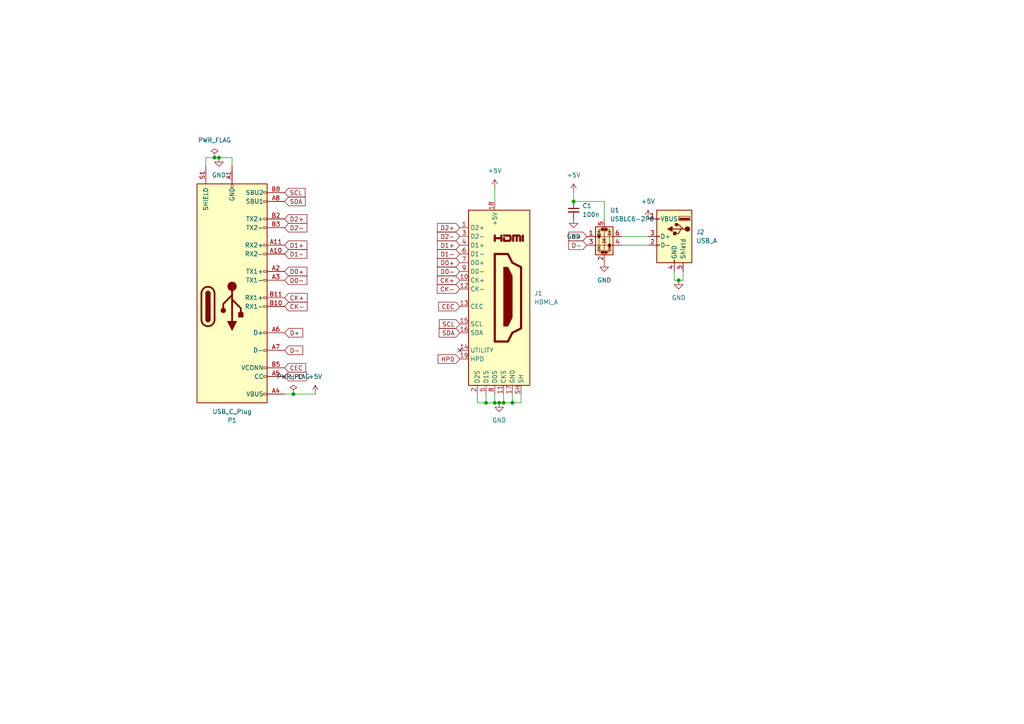
<source format=kicad_sch>
(kicad_sch
	(version 20231120)
	(generator "eeschema")
	(generator_version "8.0")
	(uuid "e95f40f4-bd63-47c0-8945-6a36c47ee5f7")
	(paper "A4")
	(lib_symbols
		(symbol "Connector:HDMI_A"
			(exclude_from_sim no)
			(in_bom yes)
			(on_board yes)
			(property "Reference" "J"
				(at -6.35 26.67 0)
				(effects
					(font
						(size 1.27 1.27)
					)
				)
			)
			(property "Value" "HDMI_A"
				(at 10.16 26.67 0)
				(effects
					(font
						(size 1.27 1.27)
					)
				)
			)
			(property "Footprint" ""
				(at 0.635 0 0)
				(effects
					(font
						(size 1.27 1.27)
					)
					(hide yes)
				)
			)
			(property "Datasheet" "https://en.wikipedia.org/wiki/HDMI"
				(at 0.635 0 0)
				(effects
					(font
						(size 1.27 1.27)
					)
					(hide yes)
				)
			)
			(property "Description" "HDMI type A connector"
				(at 0 0 0)
				(effects
					(font
						(size 1.27 1.27)
					)
					(hide yes)
				)
			)
			(property "ki_keywords" "hdmi conn"
				(at 0 0 0)
				(effects
					(font
						(size 1.27 1.27)
					)
					(hide yes)
				)
			)
			(property "ki_fp_filters" "HDMI*A*"
				(at 0 0 0)
				(effects
					(font
						(size 1.27 1.27)
					)
					(hide yes)
				)
			)
			(symbol "HDMI_A_0_0"
				(polyline
					(pts
						(xy 8.128 16.51) (xy 8.128 18.034)
					)
					(stroke
						(width 0.635)
						(type default)
					)
					(fill
						(type none)
					)
				)
				(polyline
					(pts
						(xy 0 16.51) (xy 0 18.034) (xy 0 17.272) (xy 1.905 17.272) (xy 1.905 18.034) (xy 1.905 16.51)
					)
					(stroke
						(width 0.635)
						(type default)
					)
					(fill
						(type none)
					)
				)
				(polyline
					(pts
						(xy 2.667 18.034) (xy 4.318 18.034) (xy 4.572 17.78) (xy 4.572 16.764) (xy 4.318 16.51) (xy 2.667 16.51)
						(xy 2.667 17.272)
					)
					(stroke
						(width 0.635)
						(type default)
					)
					(fill
						(type none)
					)
				)
			)
			(symbol "HDMI_A_0_1"
				(rectangle
					(start -7.62 25.4)
					(end 10.16 -25.4)
					(stroke
						(width 0.254)
						(type default)
					)
					(fill
						(type background)
					)
				)
				(polyline
					(pts
						(xy 2.54 8.89) (xy 3.81 8.89) (xy 5.08 6.35) (xy 5.08 -5.715) (xy 3.81 -8.255) (xy 2.54 -8.255)
						(xy 2.54 8.89)
					)
					(stroke
						(width 0)
						(type default)
					)
					(fill
						(type outline)
					)
				)
				(polyline
					(pts
						(xy 5.334 16.51) (xy 5.334 18.034) (xy 6.35 18.034) (xy 6.35 16.51) (xy 6.35 18.034) (xy 7.112 18.034)
						(xy 7.366 17.78) (xy 7.366 16.51)
					)
					(stroke
						(width 0.635)
						(type default)
					)
					(fill
						(type none)
					)
				)
				(polyline
					(pts
						(xy 0 12.7) (xy 0 -12.7) (xy 3.81 -12.7) (xy 5.08 -10.16) (xy 7.62 -8.89) (xy 7.62 8.89) (xy 5.08 10.16)
						(xy 3.81 12.7) (xy 0 12.7)
					)
					(stroke
						(width 0.635)
						(type default)
					)
					(fill
						(type none)
					)
				)
			)
			(symbol "HDMI_A_1_1"
				(pin passive line
					(at -10.16 20.32 0)
					(length 2.54)
					(name "D2+"
						(effects
							(font
								(size 1.27 1.27)
							)
						)
					)
					(number "1"
						(effects
							(font
								(size 1.27 1.27)
							)
						)
					)
				)
				(pin passive line
					(at -10.16 5.08 0)
					(length 2.54)
					(name "CK+"
						(effects
							(font
								(size 1.27 1.27)
							)
						)
					)
					(number "10"
						(effects
							(font
								(size 1.27 1.27)
							)
						)
					)
				)
				(pin power_in line
					(at 2.54 -27.94 90)
					(length 2.54)
					(name "CKS"
						(effects
							(font
								(size 1.27 1.27)
							)
						)
					)
					(number "11"
						(effects
							(font
								(size 1.27 1.27)
							)
						)
					)
				)
				(pin passive line
					(at -10.16 2.54 0)
					(length 2.54)
					(name "CK-"
						(effects
							(font
								(size 1.27 1.27)
							)
						)
					)
					(number "12"
						(effects
							(font
								(size 1.27 1.27)
							)
						)
					)
				)
				(pin bidirectional line
					(at -10.16 -2.54 0)
					(length 2.54)
					(name "CEC"
						(effects
							(font
								(size 1.27 1.27)
							)
						)
					)
					(number "13"
						(effects
							(font
								(size 1.27 1.27)
							)
						)
					)
				)
				(pin passive line
					(at -10.16 -15.24 0)
					(length 2.54)
					(name "UTILITY"
						(effects
							(font
								(size 1.27 1.27)
							)
						)
					)
					(number "14"
						(effects
							(font
								(size 1.27 1.27)
							)
						)
					)
				)
				(pin passive line
					(at -10.16 -7.62 0)
					(length 2.54)
					(name "SCL"
						(effects
							(font
								(size 1.27 1.27)
							)
						)
					)
					(number "15"
						(effects
							(font
								(size 1.27 1.27)
							)
						)
					)
				)
				(pin bidirectional line
					(at -10.16 -10.16 0)
					(length 2.54)
					(name "SDA"
						(effects
							(font
								(size 1.27 1.27)
							)
						)
					)
					(number "16"
						(effects
							(font
								(size 1.27 1.27)
							)
						)
					)
				)
				(pin power_in line
					(at 5.08 -27.94 90)
					(length 2.54)
					(name "GND"
						(effects
							(font
								(size 1.27 1.27)
							)
						)
					)
					(number "17"
						(effects
							(font
								(size 1.27 1.27)
							)
						)
					)
				)
				(pin power_in line
					(at 0 27.94 270)
					(length 2.54)
					(name "+5V"
						(effects
							(font
								(size 1.27 1.27)
							)
						)
					)
					(number "18"
						(effects
							(font
								(size 1.27 1.27)
							)
						)
					)
				)
				(pin passive line
					(at -10.16 -17.78 0)
					(length 2.54)
					(name "HPD"
						(effects
							(font
								(size 1.27 1.27)
							)
						)
					)
					(number "19"
						(effects
							(font
								(size 1.27 1.27)
							)
						)
					)
				)
				(pin power_in line
					(at -5.08 -27.94 90)
					(length 2.54)
					(name "D2S"
						(effects
							(font
								(size 1.27 1.27)
							)
						)
					)
					(number "2"
						(effects
							(font
								(size 1.27 1.27)
							)
						)
					)
				)
				(pin passive line
					(at -10.16 17.78 0)
					(length 2.54)
					(name "D2-"
						(effects
							(font
								(size 1.27 1.27)
							)
						)
					)
					(number "3"
						(effects
							(font
								(size 1.27 1.27)
							)
						)
					)
				)
				(pin passive line
					(at -10.16 15.24 0)
					(length 2.54)
					(name "D1+"
						(effects
							(font
								(size 1.27 1.27)
							)
						)
					)
					(number "4"
						(effects
							(font
								(size 1.27 1.27)
							)
						)
					)
				)
				(pin power_in line
					(at -2.54 -27.94 90)
					(length 2.54)
					(name "D1S"
						(effects
							(font
								(size 1.27 1.27)
							)
						)
					)
					(number "5"
						(effects
							(font
								(size 1.27 1.27)
							)
						)
					)
				)
				(pin passive line
					(at -10.16 12.7 0)
					(length 2.54)
					(name "D1-"
						(effects
							(font
								(size 1.27 1.27)
							)
						)
					)
					(number "6"
						(effects
							(font
								(size 1.27 1.27)
							)
						)
					)
				)
				(pin passive line
					(at -10.16 10.16 0)
					(length 2.54)
					(name "D0+"
						(effects
							(font
								(size 1.27 1.27)
							)
						)
					)
					(number "7"
						(effects
							(font
								(size 1.27 1.27)
							)
						)
					)
				)
				(pin power_in line
					(at 0 -27.94 90)
					(length 2.54)
					(name "D0S"
						(effects
							(font
								(size 1.27 1.27)
							)
						)
					)
					(number "8"
						(effects
							(font
								(size 1.27 1.27)
							)
						)
					)
				)
				(pin passive line
					(at -10.16 7.62 0)
					(length 2.54)
					(name "D0-"
						(effects
							(font
								(size 1.27 1.27)
							)
						)
					)
					(number "9"
						(effects
							(font
								(size 1.27 1.27)
							)
						)
					)
				)
				(pin passive line
					(at 7.62 -27.94 90)
					(length 2.54)
					(name "SH"
						(effects
							(font
								(size 1.27 1.27)
							)
						)
					)
					(number "SH"
						(effects
							(font
								(size 1.27 1.27)
							)
						)
					)
				)
			)
		)
		(symbol "Connector:USB_A"
			(pin_names
				(offset 1.016)
			)
			(exclude_from_sim no)
			(in_bom yes)
			(on_board yes)
			(property "Reference" "J"
				(at -5.08 11.43 0)
				(effects
					(font
						(size 1.27 1.27)
					)
					(justify left)
				)
			)
			(property "Value" "USB_A"
				(at -5.08 8.89 0)
				(effects
					(font
						(size 1.27 1.27)
					)
					(justify left)
				)
			)
			(property "Footprint" ""
				(at 3.81 -1.27 0)
				(effects
					(font
						(size 1.27 1.27)
					)
					(hide yes)
				)
			)
			(property "Datasheet" " ~"
				(at 3.81 -1.27 0)
				(effects
					(font
						(size 1.27 1.27)
					)
					(hide yes)
				)
			)
			(property "Description" "USB Type A connector"
				(at 0 0 0)
				(effects
					(font
						(size 1.27 1.27)
					)
					(hide yes)
				)
			)
			(property "ki_keywords" "connector USB"
				(at 0 0 0)
				(effects
					(font
						(size 1.27 1.27)
					)
					(hide yes)
				)
			)
			(property "ki_fp_filters" "USB*"
				(at 0 0 0)
				(effects
					(font
						(size 1.27 1.27)
					)
					(hide yes)
				)
			)
			(symbol "USB_A_0_1"
				(rectangle
					(start -5.08 -7.62)
					(end 5.08 7.62)
					(stroke
						(width 0.254)
						(type default)
					)
					(fill
						(type background)
					)
				)
				(circle
					(center -3.81 2.159)
					(radius 0.635)
					(stroke
						(width 0.254)
						(type default)
					)
					(fill
						(type outline)
					)
				)
				(rectangle
					(start -1.524 4.826)
					(end -4.318 5.334)
					(stroke
						(width 0)
						(type default)
					)
					(fill
						(type outline)
					)
				)
				(rectangle
					(start -1.27 4.572)
					(end -4.572 5.842)
					(stroke
						(width 0)
						(type default)
					)
					(fill
						(type none)
					)
				)
				(circle
					(center -0.635 3.429)
					(radius 0.381)
					(stroke
						(width 0.254)
						(type default)
					)
					(fill
						(type outline)
					)
				)
				(rectangle
					(start -0.127 -7.62)
					(end 0.127 -6.858)
					(stroke
						(width 0)
						(type default)
					)
					(fill
						(type none)
					)
				)
				(polyline
					(pts
						(xy -3.175 2.159) (xy -2.54 2.159) (xy -1.27 3.429) (xy -0.635 3.429)
					)
					(stroke
						(width 0.254)
						(type default)
					)
					(fill
						(type none)
					)
				)
				(polyline
					(pts
						(xy -2.54 2.159) (xy -1.905 2.159) (xy -1.27 0.889) (xy 0 0.889)
					)
					(stroke
						(width 0.254)
						(type default)
					)
					(fill
						(type none)
					)
				)
				(polyline
					(pts
						(xy 0.635 2.794) (xy 0.635 1.524) (xy 1.905 2.159) (xy 0.635 2.794)
					)
					(stroke
						(width 0.254)
						(type default)
					)
					(fill
						(type outline)
					)
				)
				(rectangle
					(start 0.254 1.27)
					(end -0.508 0.508)
					(stroke
						(width 0.254)
						(type default)
					)
					(fill
						(type outline)
					)
				)
				(rectangle
					(start 5.08 -2.667)
					(end 4.318 -2.413)
					(stroke
						(width 0)
						(type default)
					)
					(fill
						(type none)
					)
				)
				(rectangle
					(start 5.08 -0.127)
					(end 4.318 0.127)
					(stroke
						(width 0)
						(type default)
					)
					(fill
						(type none)
					)
				)
				(rectangle
					(start 5.08 4.953)
					(end 4.318 5.207)
					(stroke
						(width 0)
						(type default)
					)
					(fill
						(type none)
					)
				)
			)
			(symbol "USB_A_1_1"
				(polyline
					(pts
						(xy -1.905 2.159) (xy 0.635 2.159)
					)
					(stroke
						(width 0.254)
						(type default)
					)
					(fill
						(type none)
					)
				)
				(pin power_in line
					(at 7.62 5.08 180)
					(length 2.54)
					(name "VBUS"
						(effects
							(font
								(size 1.27 1.27)
							)
						)
					)
					(number "1"
						(effects
							(font
								(size 1.27 1.27)
							)
						)
					)
				)
				(pin bidirectional line
					(at 7.62 -2.54 180)
					(length 2.54)
					(name "D-"
						(effects
							(font
								(size 1.27 1.27)
							)
						)
					)
					(number "2"
						(effects
							(font
								(size 1.27 1.27)
							)
						)
					)
				)
				(pin bidirectional line
					(at 7.62 0 180)
					(length 2.54)
					(name "D+"
						(effects
							(font
								(size 1.27 1.27)
							)
						)
					)
					(number "3"
						(effects
							(font
								(size 1.27 1.27)
							)
						)
					)
				)
				(pin power_in line
					(at 0 -10.16 90)
					(length 2.54)
					(name "GND"
						(effects
							(font
								(size 1.27 1.27)
							)
						)
					)
					(number "4"
						(effects
							(font
								(size 1.27 1.27)
							)
						)
					)
				)
				(pin passive line
					(at -2.54 -10.16 90)
					(length 2.54)
					(name "Shield"
						(effects
							(font
								(size 1.27 1.27)
							)
						)
					)
					(number "5"
						(effects
							(font
								(size 1.27 1.27)
							)
						)
					)
				)
			)
		)
		(symbol "Connector:USB_C_Plug"
			(pin_names
				(offset 1.016)
			)
			(exclude_from_sim no)
			(in_bom yes)
			(on_board yes)
			(property "Reference" "P"
				(at -10.16 29.21 0)
				(effects
					(font
						(size 1.27 1.27)
					)
					(justify left)
				)
			)
			(property "Value" "USB_C_Plug"
				(at 10.16 29.21 0)
				(effects
					(font
						(size 1.27 1.27)
					)
					(justify right)
				)
			)
			(property "Footprint" ""
				(at 3.81 0 0)
				(effects
					(font
						(size 1.27 1.27)
					)
					(hide yes)
				)
			)
			(property "Datasheet" "https://www.usb.org/sites/default/files/documents/usb_type-c.zip"
				(at 3.81 0 0)
				(effects
					(font
						(size 1.27 1.27)
					)
					(hide yes)
				)
			)
			(property "Description" "USB Type-C Plug connector"
				(at 0 0 0)
				(effects
					(font
						(size 1.27 1.27)
					)
					(hide yes)
				)
			)
			(property "ki_keywords" "usb universal serial bus"
				(at 0 0 0)
				(effects
					(font
						(size 1.27 1.27)
					)
					(hide yes)
				)
			)
			(property "ki_fp_filters" "USB*C*Plug*"
				(at 0 0 0)
				(effects
					(font
						(size 1.27 1.27)
					)
					(hide yes)
				)
			)
			(symbol "USB_C_Plug_0_0"
				(rectangle
					(start -0.254 -35.56)
					(end 0.254 -34.544)
					(stroke
						(width 0)
						(type default)
					)
					(fill
						(type none)
					)
				)
				(rectangle
					(start 10.16 -32.766)
					(end 9.144 -33.274)
					(stroke
						(width 0)
						(type default)
					)
					(fill
						(type none)
					)
				)
				(rectangle
					(start 10.16 -30.226)
					(end 9.144 -30.734)
					(stroke
						(width 0)
						(type default)
					)
					(fill
						(type none)
					)
				)
				(rectangle
					(start 10.16 -25.146)
					(end 9.144 -25.654)
					(stroke
						(width 0)
						(type default)
					)
					(fill
						(type none)
					)
				)
				(rectangle
					(start 10.16 -22.606)
					(end 9.144 -23.114)
					(stroke
						(width 0)
						(type default)
					)
					(fill
						(type none)
					)
				)
				(rectangle
					(start 10.16 -17.526)
					(end 9.144 -18.034)
					(stroke
						(width 0)
						(type default)
					)
					(fill
						(type none)
					)
				)
				(rectangle
					(start 10.16 -14.986)
					(end 9.144 -15.494)
					(stroke
						(width 0)
						(type default)
					)
					(fill
						(type none)
					)
				)
				(rectangle
					(start 10.16 -9.906)
					(end 9.144 -10.414)
					(stroke
						(width 0)
						(type default)
					)
					(fill
						(type none)
					)
				)
				(rectangle
					(start 10.16 -7.366)
					(end 9.144 -7.874)
					(stroke
						(width 0)
						(type default)
					)
					(fill
						(type none)
					)
				)
				(rectangle
					(start 10.16 -2.286)
					(end 9.144 -2.794)
					(stroke
						(width 0)
						(type default)
					)
					(fill
						(type none)
					)
				)
				(rectangle
					(start 10.16 0.254)
					(end 9.144 -0.254)
					(stroke
						(width 0)
						(type default)
					)
					(fill
						(type none)
					)
				)
				(rectangle
					(start 10.16 7.874)
					(end 9.144 7.366)
					(stroke
						(width 0)
						(type default)
					)
					(fill
						(type none)
					)
				)
				(rectangle
					(start 10.16 12.954)
					(end 9.144 12.446)
					(stroke
						(width 0)
						(type default)
					)
					(fill
						(type none)
					)
				)
				(rectangle
					(start 10.16 18.034)
					(end 9.144 17.526)
					(stroke
						(width 0)
						(type default)
					)
					(fill
						(type none)
					)
				)
				(rectangle
					(start 10.16 20.574)
					(end 9.144 20.066)
					(stroke
						(width 0)
						(type default)
					)
					(fill
						(type none)
					)
				)
				(rectangle
					(start 10.16 25.654)
					(end 9.144 25.146)
					(stroke
						(width 0)
						(type default)
					)
					(fill
						(type none)
					)
				)
			)
			(symbol "USB_C_Plug_0_1"
				(rectangle
					(start -10.16 27.94)
					(end 10.16 -35.56)
					(stroke
						(width 0.254)
						(type default)
					)
					(fill
						(type background)
					)
				)
				(arc
					(start -8.89 -3.81)
					(mid -6.985 -5.7067)
					(end -5.08 -3.81)
					(stroke
						(width 0.508)
						(type default)
					)
					(fill
						(type none)
					)
				)
				(arc
					(start -7.62 -3.81)
					(mid -6.985 -4.4423)
					(end -6.35 -3.81)
					(stroke
						(width 0.254)
						(type default)
					)
					(fill
						(type none)
					)
				)
				(arc
					(start -7.62 -3.81)
					(mid -6.985 -4.4423)
					(end -6.35 -3.81)
					(stroke
						(width 0.254)
						(type default)
					)
					(fill
						(type outline)
					)
				)
				(rectangle
					(start -7.62 -3.81)
					(end -6.35 3.81)
					(stroke
						(width 0.254)
						(type default)
					)
					(fill
						(type outline)
					)
				)
				(arc
					(start -6.35 3.81)
					(mid -6.985 4.4423)
					(end -7.62 3.81)
					(stroke
						(width 0.254)
						(type default)
					)
					(fill
						(type none)
					)
				)
				(arc
					(start -6.35 3.81)
					(mid -6.985 4.4423)
					(end -7.62 3.81)
					(stroke
						(width 0.254)
						(type default)
					)
					(fill
						(type outline)
					)
				)
				(arc
					(start -5.08 3.81)
					(mid -6.985 5.7067)
					(end -8.89 3.81)
					(stroke
						(width 0.508)
						(type default)
					)
					(fill
						(type none)
					)
				)
				(polyline
					(pts
						(xy -8.89 -3.81) (xy -8.89 3.81)
					)
					(stroke
						(width 0.508)
						(type default)
					)
					(fill
						(type none)
					)
				)
				(polyline
					(pts
						(xy -5.08 3.81) (xy -5.08 -3.81)
					)
					(stroke
						(width 0.508)
						(type default)
					)
					(fill
						(type none)
					)
				)
			)
			(symbol "USB_C_Plug_1_1"
				(circle
					(center -2.54 1.143)
					(radius 0.635)
					(stroke
						(width 0.254)
						(type default)
					)
					(fill
						(type outline)
					)
				)
				(circle
					(center 0 -5.842)
					(radius 1.27)
					(stroke
						(width 0)
						(type default)
					)
					(fill
						(type outline)
					)
				)
				(polyline
					(pts
						(xy 0 -5.842) (xy 0 4.318)
					)
					(stroke
						(width 0.508)
						(type default)
					)
					(fill
						(type none)
					)
				)
				(polyline
					(pts
						(xy 0 -3.302) (xy -2.54 -0.762) (xy -2.54 0.508)
					)
					(stroke
						(width 0.508)
						(type default)
					)
					(fill
						(type none)
					)
				)
				(polyline
					(pts
						(xy 0 -2.032) (xy 2.54 0.508) (xy 2.54 1.778)
					)
					(stroke
						(width 0.508)
						(type default)
					)
					(fill
						(type none)
					)
				)
				(polyline
					(pts
						(xy -1.27 4.318) (xy 0 6.858) (xy 1.27 4.318) (xy -1.27 4.318)
					)
					(stroke
						(width 0.254)
						(type default)
					)
					(fill
						(type outline)
					)
				)
				(rectangle
					(start 1.905 1.778)
					(end 3.175 3.048)
					(stroke
						(width 0.254)
						(type default)
					)
					(fill
						(type outline)
					)
				)
				(pin passive line
					(at 0 -40.64 90)
					(length 5.08)
					(name "GND"
						(effects
							(font
								(size 1.27 1.27)
							)
						)
					)
					(number "A1"
						(effects
							(font
								(size 1.27 1.27)
							)
						)
					)
				)
				(pin bidirectional line
					(at 15.24 -15.24 180)
					(length 5.08)
					(name "RX2-"
						(effects
							(font
								(size 1.27 1.27)
							)
						)
					)
					(number "A10"
						(effects
							(font
								(size 1.27 1.27)
							)
						)
					)
				)
				(pin bidirectional line
					(at 15.24 -17.78 180)
					(length 5.08)
					(name "RX2+"
						(effects
							(font
								(size 1.27 1.27)
							)
						)
					)
					(number "A11"
						(effects
							(font
								(size 1.27 1.27)
							)
						)
					)
				)
				(pin passive line
					(at 0 -40.64 90)
					(length 5.08) hide
					(name "GND"
						(effects
							(font
								(size 1.27 1.27)
							)
						)
					)
					(number "A12"
						(effects
							(font
								(size 1.27 1.27)
							)
						)
					)
				)
				(pin bidirectional line
					(at 15.24 -10.16 180)
					(length 5.08)
					(name "TX1+"
						(effects
							(font
								(size 1.27 1.27)
							)
						)
					)
					(number "A2"
						(effects
							(font
								(size 1.27 1.27)
							)
						)
					)
				)
				(pin bidirectional line
					(at 15.24 -7.62 180)
					(length 5.08)
					(name "TX1-"
						(effects
							(font
								(size 1.27 1.27)
							)
						)
					)
					(number "A3"
						(effects
							(font
								(size 1.27 1.27)
							)
						)
					)
				)
				(pin passive line
					(at 15.24 25.4 180)
					(length 5.08)
					(name "VBUS"
						(effects
							(font
								(size 1.27 1.27)
							)
						)
					)
					(number "A4"
						(effects
							(font
								(size 1.27 1.27)
							)
						)
					)
				)
				(pin bidirectional line
					(at 15.24 20.32 180)
					(length 5.08)
					(name "CC"
						(effects
							(font
								(size 1.27 1.27)
							)
						)
					)
					(number "A5"
						(effects
							(font
								(size 1.27 1.27)
							)
						)
					)
				)
				(pin bidirectional line
					(at 15.24 7.62 180)
					(length 5.08)
					(name "D+"
						(effects
							(font
								(size 1.27 1.27)
							)
						)
					)
					(number "A6"
						(effects
							(font
								(size 1.27 1.27)
							)
						)
					)
				)
				(pin bidirectional line
					(at 15.24 12.7 180)
					(length 5.08)
					(name "D-"
						(effects
							(font
								(size 1.27 1.27)
							)
						)
					)
					(number "A7"
						(effects
							(font
								(size 1.27 1.27)
							)
						)
					)
				)
				(pin bidirectional line
					(at 15.24 -30.48 180)
					(length 5.08)
					(name "SBU1"
						(effects
							(font
								(size 1.27 1.27)
							)
						)
					)
					(number "A8"
						(effects
							(font
								(size 1.27 1.27)
							)
						)
					)
				)
				(pin passive line
					(at 15.24 25.4 180)
					(length 5.08) hide
					(name "VBUS"
						(effects
							(font
								(size 1.27 1.27)
							)
						)
					)
					(number "A9"
						(effects
							(font
								(size 1.27 1.27)
							)
						)
					)
				)
				(pin passive line
					(at 0 -40.64 90)
					(length 5.08) hide
					(name "GND"
						(effects
							(font
								(size 1.27 1.27)
							)
						)
					)
					(number "B1"
						(effects
							(font
								(size 1.27 1.27)
							)
						)
					)
				)
				(pin bidirectional line
					(at 15.24 0 180)
					(length 5.08)
					(name "RX1-"
						(effects
							(font
								(size 1.27 1.27)
							)
						)
					)
					(number "B10"
						(effects
							(font
								(size 1.27 1.27)
							)
						)
					)
				)
				(pin bidirectional line
					(at 15.24 -2.54 180)
					(length 5.08)
					(name "RX1+"
						(effects
							(font
								(size 1.27 1.27)
							)
						)
					)
					(number "B11"
						(effects
							(font
								(size 1.27 1.27)
							)
						)
					)
				)
				(pin passive line
					(at 0 -40.64 90)
					(length 5.08) hide
					(name "GND"
						(effects
							(font
								(size 1.27 1.27)
							)
						)
					)
					(number "B12"
						(effects
							(font
								(size 1.27 1.27)
							)
						)
					)
				)
				(pin bidirectional line
					(at 15.24 -25.4 180)
					(length 5.08)
					(name "TX2+"
						(effects
							(font
								(size 1.27 1.27)
							)
						)
					)
					(number "B2"
						(effects
							(font
								(size 1.27 1.27)
							)
						)
					)
				)
				(pin bidirectional line
					(at 15.24 -22.86 180)
					(length 5.08)
					(name "TX2-"
						(effects
							(font
								(size 1.27 1.27)
							)
						)
					)
					(number "B3"
						(effects
							(font
								(size 1.27 1.27)
							)
						)
					)
				)
				(pin passive line
					(at 15.24 25.4 180)
					(length 5.08) hide
					(name "VBUS"
						(effects
							(font
								(size 1.27 1.27)
							)
						)
					)
					(number "B4"
						(effects
							(font
								(size 1.27 1.27)
							)
						)
					)
				)
				(pin bidirectional line
					(at 15.24 17.78 180)
					(length 5.08)
					(name "VCONN"
						(effects
							(font
								(size 1.27 1.27)
							)
						)
					)
					(number "B5"
						(effects
							(font
								(size 1.27 1.27)
							)
						)
					)
				)
				(pin bidirectional line
					(at 15.24 -33.02 180)
					(length 5.08)
					(name "SBU2"
						(effects
							(font
								(size 1.27 1.27)
							)
						)
					)
					(number "B8"
						(effects
							(font
								(size 1.27 1.27)
							)
						)
					)
				)
				(pin passive line
					(at 15.24 25.4 180)
					(length 5.08) hide
					(name "VBUS"
						(effects
							(font
								(size 1.27 1.27)
							)
						)
					)
					(number "B9"
						(effects
							(font
								(size 1.27 1.27)
							)
						)
					)
				)
				(pin passive line
					(at -7.62 -40.64 90)
					(length 5.08)
					(name "SHIELD"
						(effects
							(font
								(size 1.27 1.27)
							)
						)
					)
					(number "S1"
						(effects
							(font
								(size 1.27 1.27)
							)
						)
					)
				)
			)
		)
		(symbol "Device:C_Small"
			(pin_numbers hide)
			(pin_names
				(offset 0.254) hide)
			(exclude_from_sim no)
			(in_bom yes)
			(on_board yes)
			(property "Reference" "C"
				(at 0.254 1.778 0)
				(effects
					(font
						(size 1.27 1.27)
					)
					(justify left)
				)
			)
			(property "Value" "C_Small"
				(at 0.254 -2.032 0)
				(effects
					(font
						(size 1.27 1.27)
					)
					(justify left)
				)
			)
			(property "Footprint" ""
				(at 0 0 0)
				(effects
					(font
						(size 1.27 1.27)
					)
					(hide yes)
				)
			)
			(property "Datasheet" "~"
				(at 0 0 0)
				(effects
					(font
						(size 1.27 1.27)
					)
					(hide yes)
				)
			)
			(property "Description" "Unpolarized capacitor, small symbol"
				(at 0 0 0)
				(effects
					(font
						(size 1.27 1.27)
					)
					(hide yes)
				)
			)
			(property "ki_keywords" "capacitor cap"
				(at 0 0 0)
				(effects
					(font
						(size 1.27 1.27)
					)
					(hide yes)
				)
			)
			(property "ki_fp_filters" "C_*"
				(at 0 0 0)
				(effects
					(font
						(size 1.27 1.27)
					)
					(hide yes)
				)
			)
			(symbol "C_Small_0_1"
				(polyline
					(pts
						(xy -1.524 -0.508) (xy 1.524 -0.508)
					)
					(stroke
						(width 0.3302)
						(type default)
					)
					(fill
						(type none)
					)
				)
				(polyline
					(pts
						(xy -1.524 0.508) (xy 1.524 0.508)
					)
					(stroke
						(width 0.3048)
						(type default)
					)
					(fill
						(type none)
					)
				)
			)
			(symbol "C_Small_1_1"
				(pin passive line
					(at 0 2.54 270)
					(length 2.032)
					(name "~"
						(effects
							(font
								(size 1.27 1.27)
							)
						)
					)
					(number "1"
						(effects
							(font
								(size 1.27 1.27)
							)
						)
					)
				)
				(pin passive line
					(at 0 -2.54 90)
					(length 2.032)
					(name "~"
						(effects
							(font
								(size 1.27 1.27)
							)
						)
					)
					(number "2"
						(effects
							(font
								(size 1.27 1.27)
							)
						)
					)
				)
			)
		)
		(symbol "Power_Protection:USBLC6-2P6"
			(pin_names hide)
			(exclude_from_sim no)
			(in_bom yes)
			(on_board yes)
			(property "Reference" "U"
				(at 0.635 5.715 0)
				(effects
					(font
						(size 1.27 1.27)
					)
					(justify left)
				)
			)
			(property "Value" "USBLC6-2P6"
				(at 0.635 3.81 0)
				(effects
					(font
						(size 1.27 1.27)
					)
					(justify left)
				)
			)
			(property "Footprint" "Package_TO_SOT_SMD:SOT-666"
				(at 1.016 -6.731 0)
				(effects
					(font
						(size 1.27 1.27)
						(italic yes)
					)
					(justify left)
					(hide yes)
				)
			)
			(property "Datasheet" "https://www.st.com/resource/en/datasheet/usblc6-2.pdf"
				(at 1.016 -8.636 0)
				(effects
					(font
						(size 1.27 1.27)
					)
					(justify left)
					(hide yes)
				)
			)
			(property "Description" "Very low capacitance ESD protection diode, 2 data-line, SOT-666"
				(at 0 0 0)
				(effects
					(font
						(size 1.27 1.27)
					)
					(hide yes)
				)
			)
			(property "ki_keywords" "usb ethernet video"
				(at 0 0 0)
				(effects
					(font
						(size 1.27 1.27)
					)
					(hide yes)
				)
			)
			(property "ki_fp_filters" "SOT?666*"
				(at 0 0 0)
				(effects
					(font
						(size 1.27 1.27)
					)
					(hide yes)
				)
			)
			(symbol "USBLC6-2P6_0_0"
				(circle
					(center -1.524 0)
					(radius 0.0001)
					(stroke
						(width 0.508)
						(type default)
					)
					(fill
						(type none)
					)
				)
				(circle
					(center -0.508 -4.572)
					(radius 0.0001)
					(stroke
						(width 0.508)
						(type default)
					)
					(fill
						(type none)
					)
				)
				(circle
					(center -0.508 2.032)
					(radius 0.0001)
					(stroke
						(width 0.508)
						(type default)
					)
					(fill
						(type none)
					)
				)
				(circle
					(center 0.508 -4.572)
					(radius 0.0001)
					(stroke
						(width 0.508)
						(type default)
					)
					(fill
						(type none)
					)
				)
				(circle
					(center 0.508 2.032)
					(radius 0.0001)
					(stroke
						(width 0.508)
						(type default)
					)
					(fill
						(type none)
					)
				)
				(circle
					(center 1.524 -2.54)
					(radius 0.0001)
					(stroke
						(width 0.508)
						(type default)
					)
					(fill
						(type none)
					)
				)
			)
			(symbol "USBLC6-2P6_0_1"
				(polyline
					(pts
						(xy -2.54 -2.54) (xy 2.54 -2.54)
					)
					(stroke
						(width 0)
						(type default)
					)
					(fill
						(type none)
					)
				)
				(polyline
					(pts
						(xy -2.54 0) (xy 2.54 0)
					)
					(stroke
						(width 0)
						(type default)
					)
					(fill
						(type none)
					)
				)
				(polyline
					(pts
						(xy -2.032 -3.048) (xy -1.016 -3.048)
					)
					(stroke
						(width 0)
						(type default)
					)
					(fill
						(type none)
					)
				)
				(polyline
					(pts
						(xy -1.016 1.524) (xy -2.032 1.524)
					)
					(stroke
						(width 0)
						(type default)
					)
					(fill
						(type none)
					)
				)
				(polyline
					(pts
						(xy 1.016 -3.048) (xy 2.032 -3.048)
					)
					(stroke
						(width 0)
						(type default)
					)
					(fill
						(type none)
					)
				)
				(polyline
					(pts
						(xy 1.016 1.524) (xy 2.032 1.524)
					)
					(stroke
						(width 0)
						(type default)
					)
					(fill
						(type none)
					)
				)
				(polyline
					(pts
						(xy -0.508 -1.143) (xy -0.508 -0.762) (xy 0.508 -0.762)
					)
					(stroke
						(width 0)
						(type default)
					)
					(fill
						(type none)
					)
				)
				(polyline
					(pts
						(xy -2.032 0.508) (xy -1.016 0.508) (xy -1.524 1.524) (xy -2.032 0.508)
					)
					(stroke
						(width 0)
						(type default)
					)
					(fill
						(type none)
					)
				)
				(polyline
					(pts
						(xy -1.016 -4.064) (xy -2.032 -4.064) (xy -1.524 -3.048) (xy -1.016 -4.064)
					)
					(stroke
						(width 0)
						(type default)
					)
					(fill
						(type none)
					)
				)
				(polyline
					(pts
						(xy 0.508 -1.778) (xy -0.508 -1.778) (xy 0 -0.762) (xy 0.508 -1.778)
					)
					(stroke
						(width 0)
						(type default)
					)
					(fill
						(type none)
					)
				)
				(polyline
					(pts
						(xy 2.032 -4.064) (xy 1.016 -4.064) (xy 1.524 -3.048) (xy 2.032 -4.064)
					)
					(stroke
						(width 0)
						(type default)
					)
					(fill
						(type none)
					)
				)
				(polyline
					(pts
						(xy 2.032 0.508) (xy 1.016 0.508) (xy 1.524 1.524) (xy 2.032 0.508)
					)
					(stroke
						(width 0)
						(type default)
					)
					(fill
						(type none)
					)
				)
				(polyline
					(pts
						(xy 0 2.54) (xy -0.508 2.032) (xy 0.508 2.032) (xy 0 1.524) (xy 0 -4.064) (xy -0.508 -4.572) (xy 0.508 -4.572)
						(xy 0 -5.08)
					)
					(stroke
						(width 0)
						(type default)
					)
					(fill
						(type none)
					)
				)
			)
			(symbol "USBLC6-2P6_1_1"
				(rectangle
					(start -2.54 2.794)
					(end 2.54 -5.334)
					(stroke
						(width 0.254)
						(type default)
					)
					(fill
						(type background)
					)
				)
				(polyline
					(pts
						(xy -0.508 2.032) (xy -1.524 2.032) (xy -1.524 -4.572) (xy -0.508 -4.572)
					)
					(stroke
						(width 0)
						(type default)
					)
					(fill
						(type none)
					)
				)
				(polyline
					(pts
						(xy 0.508 -4.572) (xy 1.524 -4.572) (xy 1.524 2.032) (xy 0.508 2.032)
					)
					(stroke
						(width 0)
						(type default)
					)
					(fill
						(type none)
					)
				)
				(pin passive line
					(at -5.08 0 0)
					(length 2.54)
					(name "I/O1"
						(effects
							(font
								(size 1.27 1.27)
							)
						)
					)
					(number "1"
						(effects
							(font
								(size 1.27 1.27)
							)
						)
					)
				)
				(pin passive line
					(at 0 -7.62 90)
					(length 2.54)
					(name "GND"
						(effects
							(font
								(size 1.27 1.27)
							)
						)
					)
					(number "2"
						(effects
							(font
								(size 1.27 1.27)
							)
						)
					)
				)
				(pin passive line
					(at -5.08 -2.54 0)
					(length 2.54)
					(name "I/O2"
						(effects
							(font
								(size 1.27 1.27)
							)
						)
					)
					(number "3"
						(effects
							(font
								(size 1.27 1.27)
							)
						)
					)
				)
				(pin passive line
					(at 5.08 -2.54 180)
					(length 2.54)
					(name "I/O2"
						(effects
							(font
								(size 1.27 1.27)
							)
						)
					)
					(number "4"
						(effects
							(font
								(size 1.27 1.27)
							)
						)
					)
				)
				(pin passive line
					(at 0 5.08 270)
					(length 2.54)
					(name "VBUS"
						(effects
							(font
								(size 1.27 1.27)
							)
						)
					)
					(number "5"
						(effects
							(font
								(size 1.27 1.27)
							)
						)
					)
				)
				(pin passive line
					(at 5.08 0 180)
					(length 2.54)
					(name "I/O1"
						(effects
							(font
								(size 1.27 1.27)
							)
						)
					)
					(number "6"
						(effects
							(font
								(size 1.27 1.27)
							)
						)
					)
				)
			)
		)
		(symbol "power:+5V"
			(power)
			(pin_numbers hide)
			(pin_names
				(offset 0) hide)
			(exclude_from_sim no)
			(in_bom yes)
			(on_board yes)
			(property "Reference" "#PWR"
				(at 0 -3.81 0)
				(effects
					(font
						(size 1.27 1.27)
					)
					(hide yes)
				)
			)
			(property "Value" "+5V"
				(at 0 3.556 0)
				(effects
					(font
						(size 1.27 1.27)
					)
				)
			)
			(property "Footprint" ""
				(at 0 0 0)
				(effects
					(font
						(size 1.27 1.27)
					)
					(hide yes)
				)
			)
			(property "Datasheet" ""
				(at 0 0 0)
				(effects
					(font
						(size 1.27 1.27)
					)
					(hide yes)
				)
			)
			(property "Description" "Power symbol creates a global label with name \"+5V\""
				(at 0 0 0)
				(effects
					(font
						(size 1.27 1.27)
					)
					(hide yes)
				)
			)
			(property "ki_keywords" "global power"
				(at 0 0 0)
				(effects
					(font
						(size 1.27 1.27)
					)
					(hide yes)
				)
			)
			(symbol "+5V_0_1"
				(polyline
					(pts
						(xy -0.762 1.27) (xy 0 2.54)
					)
					(stroke
						(width 0)
						(type default)
					)
					(fill
						(type none)
					)
				)
				(polyline
					(pts
						(xy 0 0) (xy 0 2.54)
					)
					(stroke
						(width 0)
						(type default)
					)
					(fill
						(type none)
					)
				)
				(polyline
					(pts
						(xy 0 2.54) (xy 0.762 1.27)
					)
					(stroke
						(width 0)
						(type default)
					)
					(fill
						(type none)
					)
				)
			)
			(symbol "+5V_1_1"
				(pin power_in line
					(at 0 0 90)
					(length 0)
					(name "~"
						(effects
							(font
								(size 1.27 1.27)
							)
						)
					)
					(number "1"
						(effects
							(font
								(size 1.27 1.27)
							)
						)
					)
				)
			)
		)
		(symbol "power:GND"
			(power)
			(pin_numbers hide)
			(pin_names
				(offset 0) hide)
			(exclude_from_sim no)
			(in_bom yes)
			(on_board yes)
			(property "Reference" "#PWR"
				(at 0 -6.35 0)
				(effects
					(font
						(size 1.27 1.27)
					)
					(hide yes)
				)
			)
			(property "Value" "GND"
				(at 0 -3.81 0)
				(effects
					(font
						(size 1.27 1.27)
					)
				)
			)
			(property "Footprint" ""
				(at 0 0 0)
				(effects
					(font
						(size 1.27 1.27)
					)
					(hide yes)
				)
			)
			(property "Datasheet" ""
				(at 0 0 0)
				(effects
					(font
						(size 1.27 1.27)
					)
					(hide yes)
				)
			)
			(property "Description" "Power symbol creates a global label with name \"GND\" , ground"
				(at 0 0 0)
				(effects
					(font
						(size 1.27 1.27)
					)
					(hide yes)
				)
			)
			(property "ki_keywords" "global power"
				(at 0 0 0)
				(effects
					(font
						(size 1.27 1.27)
					)
					(hide yes)
				)
			)
			(symbol "GND_0_1"
				(polyline
					(pts
						(xy 0 0) (xy 0 -1.27) (xy 1.27 -1.27) (xy 0 -2.54) (xy -1.27 -1.27) (xy 0 -1.27)
					)
					(stroke
						(width 0)
						(type default)
					)
					(fill
						(type none)
					)
				)
			)
			(symbol "GND_1_1"
				(pin power_in line
					(at 0 0 270)
					(length 0)
					(name "~"
						(effects
							(font
								(size 1.27 1.27)
							)
						)
					)
					(number "1"
						(effects
							(font
								(size 1.27 1.27)
							)
						)
					)
				)
			)
		)
		(symbol "power:PWR_FLAG"
			(power)
			(pin_numbers hide)
			(pin_names
				(offset 0) hide)
			(exclude_from_sim no)
			(in_bom yes)
			(on_board yes)
			(property "Reference" "#FLG"
				(at 0 1.905 0)
				(effects
					(font
						(size 1.27 1.27)
					)
					(hide yes)
				)
			)
			(property "Value" "PWR_FLAG"
				(at 0 3.81 0)
				(effects
					(font
						(size 1.27 1.27)
					)
				)
			)
			(property "Footprint" ""
				(at 0 0 0)
				(effects
					(font
						(size 1.27 1.27)
					)
					(hide yes)
				)
			)
			(property "Datasheet" "~"
				(at 0 0 0)
				(effects
					(font
						(size 1.27 1.27)
					)
					(hide yes)
				)
			)
			(property "Description" "Special symbol for telling ERC where power comes from"
				(at 0 0 0)
				(effects
					(font
						(size 1.27 1.27)
					)
					(hide yes)
				)
			)
			(property "ki_keywords" "flag power"
				(at 0 0 0)
				(effects
					(font
						(size 1.27 1.27)
					)
					(hide yes)
				)
			)
			(symbol "PWR_FLAG_0_0"
				(pin power_out line
					(at 0 0 90)
					(length 0)
					(name "~"
						(effects
							(font
								(size 1.27 1.27)
							)
						)
					)
					(number "1"
						(effects
							(font
								(size 1.27 1.27)
							)
						)
					)
				)
			)
			(symbol "PWR_FLAG_0_1"
				(polyline
					(pts
						(xy 0 0) (xy 0 1.27) (xy -1.016 1.905) (xy 0 2.54) (xy 1.016 1.905) (xy 0 1.27)
					)
					(stroke
						(width 0)
						(type default)
					)
					(fill
						(type none)
					)
				)
			)
		)
	)
	(junction
		(at 166.37 58.42)
		(diameter 0)
		(color 0 0 0 0)
		(uuid "1da6e84e-06c6-4dd1-985e-a3bec6929d1a")
	)
	(junction
		(at 85.09 114.3)
		(diameter 0)
		(color 0 0 0 0)
		(uuid "365b9aae-7a4b-4c56-8073-b56ebb98eb66")
	)
	(junction
		(at 144.78 116.84)
		(diameter 0)
		(color 0 0 0 0)
		(uuid "3a0eade5-393c-4062-a20f-9ea43a29f955")
	)
	(junction
		(at 62.23 45.72)
		(diameter 0)
		(color 0 0 0 0)
		(uuid "60efec68-f093-4f9c-8f4c-1976aeb1f5fe")
	)
	(junction
		(at 63.5 45.72)
		(diameter 0)
		(color 0 0 0 0)
		(uuid "7a02ed01-e6af-408a-af81-10b5579ee12d")
	)
	(junction
		(at 146.05 116.84)
		(diameter 0)
		(color 0 0 0 0)
		(uuid "94515e8e-aac1-4100-9d36-ca258fc425bf")
	)
	(junction
		(at 148.59 116.84)
		(diameter 0)
		(color 0 0 0 0)
		(uuid "c51c3f80-9023-434f-a963-5a0f7ec9017a")
	)
	(junction
		(at 143.51 116.84)
		(diameter 0)
		(color 0 0 0 0)
		(uuid "ce04c9e4-6565-42c0-9c6a-ba32d235bd87")
	)
	(junction
		(at 196.85 81.28)
		(diameter 0)
		(color 0 0 0 0)
		(uuid "daedf171-e21e-4b13-83b3-79a51a4f2a50")
	)
	(junction
		(at 140.97 116.84)
		(diameter 0)
		(color 0 0 0 0)
		(uuid "e84fc1df-e0bb-4a18-90ad-08730f5e69e1")
	)
	(no_connect
		(at 133.35 101.6)
		(uuid "8be81d17-db13-48a5-925a-c0dd821bd912")
	)
	(wire
		(pts
			(xy 175.26 58.42) (xy 175.26 63.5)
		)
		(stroke
			(width 0)
			(type default)
		)
		(uuid "0a712e7f-3ea6-4e39-9941-f1424495c0e6")
	)
	(wire
		(pts
			(xy 180.34 71.12) (xy 187.96 71.12)
		)
		(stroke
			(width 0)
			(type default)
		)
		(uuid "189bf4b9-6843-4073-85e0-bae0abfa4cd2")
	)
	(wire
		(pts
			(xy 166.37 55.88) (xy 166.37 58.42)
		)
		(stroke
			(width 0)
			(type default)
		)
		(uuid "18c570cf-ac9f-4838-832a-5fdd32c6792c")
	)
	(wire
		(pts
			(xy 195.58 81.28) (xy 196.85 81.28)
		)
		(stroke
			(width 0)
			(type default)
		)
		(uuid "1949b85f-c3f6-44d7-a614-88bbabdd8ba1")
	)
	(wire
		(pts
			(xy 151.13 114.3) (xy 151.13 116.84)
		)
		(stroke
			(width 0)
			(type default)
		)
		(uuid "23385a80-4c1f-420a-8d6c-dde629a12edd")
	)
	(wire
		(pts
			(xy 146.05 116.84) (xy 144.78 116.84)
		)
		(stroke
			(width 0)
			(type default)
		)
		(uuid "24155404-a52f-4558-847f-e6cdbaf1220e")
	)
	(wire
		(pts
			(xy 138.43 116.84) (xy 138.43 114.3)
		)
		(stroke
			(width 0)
			(type default)
		)
		(uuid "28ed2d7a-0ad7-40b2-a2aa-6993f7b0982f")
	)
	(wire
		(pts
			(xy 148.59 116.84) (xy 146.05 116.84)
		)
		(stroke
			(width 0)
			(type default)
		)
		(uuid "38e4aafc-e03f-423b-9c1c-d3ce46ee6181")
	)
	(wire
		(pts
			(xy 146.05 114.3) (xy 146.05 116.84)
		)
		(stroke
			(width 0)
			(type default)
		)
		(uuid "3900e172-ba01-41ca-b4bd-7e3f195b6c8b")
	)
	(wire
		(pts
			(xy 59.69 45.72) (xy 62.23 45.72)
		)
		(stroke
			(width 0)
			(type default)
		)
		(uuid "41f3c5e1-c513-4131-a37d-0c7d0f02edc8")
	)
	(wire
		(pts
			(xy 143.51 116.84) (xy 140.97 116.84)
		)
		(stroke
			(width 0)
			(type default)
		)
		(uuid "54259b82-ede5-43ee-a765-eeda98596340")
	)
	(wire
		(pts
			(xy 85.09 114.3) (xy 91.44 114.3)
		)
		(stroke
			(width 0)
			(type default)
		)
		(uuid "59f38222-d48b-48ba-aa5f-edd0090c01ed")
	)
	(wire
		(pts
			(xy 67.31 45.72) (xy 67.31 48.26)
		)
		(stroke
			(width 0)
			(type default)
		)
		(uuid "743db9ca-5b5a-4b93-894b-7dfc1befdf07")
	)
	(wire
		(pts
			(xy 148.59 114.3) (xy 148.59 116.84)
		)
		(stroke
			(width 0)
			(type default)
		)
		(uuid "7c8c0787-0103-4e0e-a590-d37885e089a4")
	)
	(wire
		(pts
			(xy 143.51 58.42) (xy 143.51 54.61)
		)
		(stroke
			(width 0)
			(type default)
		)
		(uuid "7de7f072-913f-488a-b8f0-235376722277")
	)
	(wire
		(pts
			(xy 63.5 45.72) (xy 67.31 45.72)
		)
		(stroke
			(width 0)
			(type default)
		)
		(uuid "85e2f8c8-1402-4a49-8362-ebb98fe9f089")
	)
	(wire
		(pts
			(xy 62.23 45.72) (xy 63.5 45.72)
		)
		(stroke
			(width 0)
			(type default)
		)
		(uuid "91c593dd-454f-4ff0-bd81-c1a6627b4776")
	)
	(wire
		(pts
			(xy 59.69 48.26) (xy 59.69 45.72)
		)
		(stroke
			(width 0)
			(type default)
		)
		(uuid "99ba3bd5-3d92-445d-988d-eb37e83156b5")
	)
	(wire
		(pts
			(xy 166.37 58.42) (xy 175.26 58.42)
		)
		(stroke
			(width 0)
			(type default)
		)
		(uuid "9a06c2b2-19da-4ead-bcad-edadc872e9d5")
	)
	(wire
		(pts
			(xy 198.12 81.28) (xy 196.85 81.28)
		)
		(stroke
			(width 0)
			(type default)
		)
		(uuid "9cc44165-5a32-4da2-9bfd-a4575fbf2f13")
	)
	(wire
		(pts
			(xy 140.97 114.3) (xy 140.97 116.84)
		)
		(stroke
			(width 0)
			(type default)
		)
		(uuid "a5234dc9-e040-41af-b94e-d4137c72b0e3")
	)
	(wire
		(pts
			(xy 143.51 114.3) (xy 143.51 116.84)
		)
		(stroke
			(width 0)
			(type default)
		)
		(uuid "b421f285-5224-4d4e-bd91-ec9f527eeed8")
	)
	(wire
		(pts
			(xy 180.34 68.58) (xy 187.96 68.58)
		)
		(stroke
			(width 0)
			(type default)
		)
		(uuid "c9db6391-590c-4b15-b211-5ee82efe7b7a")
	)
	(wire
		(pts
			(xy 151.13 116.84) (xy 148.59 116.84)
		)
		(stroke
			(width 0)
			(type default)
		)
		(uuid "cc6b6dee-4381-417e-be23-e4e18b42b15e")
	)
	(wire
		(pts
			(xy 82.55 114.3) (xy 85.09 114.3)
		)
		(stroke
			(width 0)
			(type default)
		)
		(uuid "d1c7b9bf-12ac-4600-9b39-37b44a031a34")
	)
	(wire
		(pts
			(xy 198.12 78.74) (xy 198.12 81.28)
		)
		(stroke
			(width 0)
			(type default)
		)
		(uuid "e4be167c-ae3d-4bf8-acb5-98d125abf780")
	)
	(wire
		(pts
			(xy 195.58 78.74) (xy 195.58 81.28)
		)
		(stroke
			(width 0)
			(type default)
		)
		(uuid "e6bf4c99-7db0-4351-9077-a1c03143d461")
	)
	(wire
		(pts
			(xy 140.97 116.84) (xy 138.43 116.84)
		)
		(stroke
			(width 0)
			(type default)
		)
		(uuid "f3bf9d32-d40e-4b9c-bcbf-b566f75e2dc9")
	)
	(wire
		(pts
			(xy 144.78 116.84) (xy 143.51 116.84)
		)
		(stroke
			(width 0)
			(type default)
		)
		(uuid "f667939e-fb0f-46c5-8cc1-d90a553e9b94")
	)
	(global_label "SCL"
		(shape input)
		(at 82.55 55.88 0)
		(fields_autoplaced yes)
		(effects
			(font
				(size 1.27 1.27)
			)
			(justify left)
		)
		(uuid "02c4f8e4-d751-444b-9afa-da872cf47ef8")
		(property "Intersheetrefs" "${INTERSHEET_REFS}"
			(at 89.0428 55.88 0)
			(effects
				(font
					(size 1.27 1.27)
				)
				(justify left)
				(hide yes)
			)
		)
	)
	(global_label "D2+"
		(shape input)
		(at 133.35 66.04 180)
		(fields_autoplaced yes)
		(effects
			(font
				(size 1.27 1.27)
			)
			(justify right)
		)
		(uuid "041e5528-a484-46d5-bbe9-cdddcc3b4602")
		(property "Intersheetrefs" "${INTERSHEET_REFS}"
			(at 126.3129 66.04 0)
			(effects
				(font
					(size 1.27 1.27)
				)
				(justify right)
				(hide yes)
			)
		)
	)
	(global_label "HPD"
		(shape input)
		(at 82.55 109.22 0)
		(fields_autoplaced yes)
		(effects
			(font
				(size 1.27 1.27)
			)
			(justify left)
		)
		(uuid "0926b7e8-17d5-4e16-a1f4-a1706ef7e261")
		(property "Intersheetrefs" "${INTERSHEET_REFS}"
			(at 89.4057 109.22 0)
			(effects
				(font
					(size 1.27 1.27)
				)
				(justify left)
				(hide yes)
			)
		)
	)
	(global_label "D0-"
		(shape input)
		(at 82.55 81.28 0)
		(fields_autoplaced yes)
		(effects
			(font
				(size 1.27 1.27)
			)
			(justify left)
		)
		(uuid "0ccd3c40-5e11-42e4-a5ea-3f755d9f2494")
		(property "Intersheetrefs" "${INTERSHEET_REFS}"
			(at 89.5871 81.28 0)
			(effects
				(font
					(size 1.27 1.27)
				)
				(justify left)
				(hide yes)
			)
		)
	)
	(global_label "D1+"
		(shape input)
		(at 82.55 71.12 0)
		(fields_autoplaced yes)
		(effects
			(font
				(size 1.27 1.27)
			)
			(justify left)
		)
		(uuid "19744362-eae4-4514-b772-ec6b6cee7497")
		(property "Intersheetrefs" "${INTERSHEET_REFS}"
			(at 89.5871 71.12 0)
			(effects
				(font
					(size 1.27 1.27)
				)
				(justify left)
				(hide yes)
			)
		)
	)
	(global_label "D0+"
		(shape input)
		(at 82.55 78.74 0)
		(fields_autoplaced yes)
		(effects
			(font
				(size 1.27 1.27)
			)
			(justify left)
		)
		(uuid "26756b29-1436-4442-8bee-b4b29fbfb02c")
		(property "Intersheetrefs" "${INTERSHEET_REFS}"
			(at 89.5871 78.74 0)
			(effects
				(font
					(size 1.27 1.27)
				)
				(justify left)
				(hide yes)
			)
		)
	)
	(global_label "CK+"
		(shape input)
		(at 133.35 81.28 180)
		(fields_autoplaced yes)
		(effects
			(font
				(size 1.27 1.27)
			)
			(justify right)
		)
		(uuid "2f6d244f-f290-4989-b3f0-e76fbc08b6e7")
		(property "Intersheetrefs" "${INTERSHEET_REFS}"
			(at 126.2524 81.28 0)
			(effects
				(font
					(size 1.27 1.27)
				)
				(justify right)
				(hide yes)
			)
		)
	)
	(global_label "D0-"
		(shape input)
		(at 133.35 78.74 180)
		(fields_autoplaced yes)
		(effects
			(font
				(size 1.27 1.27)
			)
			(justify right)
		)
		(uuid "39b99b58-5283-47c4-9343-2f09ee564eb8")
		(property "Intersheetrefs" "${INTERSHEET_REFS}"
			(at 126.3129 78.74 0)
			(effects
				(font
					(size 1.27 1.27)
				)
				(justify right)
				(hide yes)
			)
		)
	)
	(global_label "D1-"
		(shape input)
		(at 82.55 73.66 0)
		(fields_autoplaced yes)
		(effects
			(font
				(size 1.27 1.27)
			)
			(justify left)
		)
		(uuid "3e8e3a90-9b7d-4148-82c9-fec2de7b1d55")
		(property "Intersheetrefs" "${INTERSHEET_REFS}"
			(at 89.5871 73.66 0)
			(effects
				(font
					(size 1.27 1.27)
				)
				(justify left)
				(hide yes)
			)
		)
	)
	(global_label "CK-"
		(shape input)
		(at 82.55 88.9 0)
		(fields_autoplaced yes)
		(effects
			(font
				(size 1.27 1.27)
			)
			(justify left)
		)
		(uuid "44e1806f-04e9-4397-8876-e12e95a9e7c7")
		(property "Intersheetrefs" "${INTERSHEET_REFS}"
			(at 89.6476 88.9 0)
			(effects
				(font
					(size 1.27 1.27)
				)
				(justify left)
				(hide yes)
			)
		)
	)
	(global_label "D1-"
		(shape input)
		(at 133.35 73.66 180)
		(fields_autoplaced yes)
		(effects
			(font
				(size 1.27 1.27)
			)
			(justify right)
		)
		(uuid "526aaec8-0fbb-45f4-9e4c-b70d775843f3")
		(property "Intersheetrefs" "${INTERSHEET_REFS}"
			(at 126.3129 73.66 0)
			(effects
				(font
					(size 1.27 1.27)
				)
				(justify right)
				(hide yes)
			)
		)
	)
	(global_label "CEC"
		(shape input)
		(at 82.55 106.68 0)
		(fields_autoplaced yes)
		(effects
			(font
				(size 1.27 1.27)
			)
			(justify left)
		)
		(uuid "5f230337-4876-483a-817f-22272231e8b0")
		(property "Intersheetrefs" "${INTERSHEET_REFS}"
			(at 89.2242 106.68 0)
			(effects
				(font
					(size 1.27 1.27)
				)
				(justify left)
				(hide yes)
			)
		)
	)
	(global_label "D2+"
		(shape input)
		(at 82.55 63.5 0)
		(fields_autoplaced yes)
		(effects
			(font
				(size 1.27 1.27)
			)
			(justify left)
		)
		(uuid "6241742b-a1c9-4e71-9369-4e451399ca1a")
		(property "Intersheetrefs" "${INTERSHEET_REFS}"
			(at 89.5871 63.5 0)
			(effects
				(font
					(size 1.27 1.27)
				)
				(justify left)
				(hide yes)
			)
		)
	)
	(global_label "SCL"
		(shape input)
		(at 133.35 93.98 180)
		(fields_autoplaced yes)
		(effects
			(font
				(size 1.27 1.27)
			)
			(justify right)
		)
		(uuid "6ba04277-0410-4a5c-ae22-9ba62b3b740c")
		(property "Intersheetrefs" "${INTERSHEET_REFS}"
			(at 126.8572 93.98 0)
			(effects
				(font
					(size 1.27 1.27)
				)
				(justify right)
				(hide yes)
			)
		)
	)
	(global_label "CK-"
		(shape input)
		(at 133.35 83.82 180)
		(fields_autoplaced yes)
		(effects
			(font
				(size 1.27 1.27)
			)
			(justify right)
		)
		(uuid "787c94d6-7fca-40a6-bd8d-fe3cf01a012e")
		(property "Intersheetrefs" "${INTERSHEET_REFS}"
			(at 126.2524 83.82 0)
			(effects
				(font
					(size 1.27 1.27)
				)
				(justify right)
				(hide yes)
			)
		)
	)
	(global_label "D+"
		(shape input)
		(at 170.18 68.58 180)
		(fields_autoplaced yes)
		(effects
			(font
				(size 1.27 1.27)
			)
			(justify right)
		)
		(uuid "7dc577e7-691b-4f81-9923-c1932255264b")
		(property "Intersheetrefs" "${INTERSHEET_REFS}"
			(at 164.3524 68.58 0)
			(effects
				(font
					(size 1.27 1.27)
				)
				(justify right)
				(hide yes)
			)
		)
	)
	(global_label "D-"
		(shape input)
		(at 170.18 71.12 180)
		(fields_autoplaced yes)
		(effects
			(font
				(size 1.27 1.27)
			)
			(justify right)
		)
		(uuid "87e2a895-21eb-4c2f-973b-3aca5a52170b")
		(property "Intersheetrefs" "${INTERSHEET_REFS}"
			(at 164.3524 71.12 0)
			(effects
				(font
					(size 1.27 1.27)
				)
				(justify right)
				(hide yes)
			)
		)
	)
	(global_label "D2-"
		(shape input)
		(at 133.35 68.58 180)
		(fields_autoplaced yes)
		(effects
			(font
				(size 1.27 1.27)
			)
			(justify right)
		)
		(uuid "a4e6456c-8fa5-42e3-93f1-435ad86b0b1e")
		(property "Intersheetrefs" "${INTERSHEET_REFS}"
			(at 126.3129 68.58 0)
			(effects
				(font
					(size 1.27 1.27)
				)
				(justify right)
				(hide yes)
			)
		)
	)
	(global_label "CK+"
		(shape input)
		(at 82.55 86.36 0)
		(fields_autoplaced yes)
		(effects
			(font
				(size 1.27 1.27)
			)
			(justify left)
		)
		(uuid "a989a319-bbd7-49cc-8c0e-17facf185594")
		(property "Intersheetrefs" "${INTERSHEET_REFS}"
			(at 89.6476 86.36 0)
			(effects
				(font
					(size 1.27 1.27)
				)
				(justify left)
				(hide yes)
			)
		)
	)
	(global_label "D-"
		(shape input)
		(at 82.55 101.6 0)
		(fields_autoplaced yes)
		(effects
			(font
				(size 1.27 1.27)
			)
			(justify left)
		)
		(uuid "ac26cf7e-4f57-41f7-9b8c-d3520316a564")
		(property "Intersheetrefs" "${INTERSHEET_REFS}"
			(at 88.3776 101.6 0)
			(effects
				(font
					(size 1.27 1.27)
				)
				(justify left)
				(hide yes)
			)
		)
	)
	(global_label "HPD"
		(shape input)
		(at 133.35 104.14 180)
		(fields_autoplaced yes)
		(effects
			(font
				(size 1.27 1.27)
			)
			(justify right)
		)
		(uuid "ad1e5e75-dbad-4513-b460-f45e6fdac4f5")
		(property "Intersheetrefs" "${INTERSHEET_REFS}"
			(at 126.4943 104.14 0)
			(effects
				(font
					(size 1.27 1.27)
				)
				(justify right)
				(hide yes)
			)
		)
	)
	(global_label "SDA"
		(shape input)
		(at 82.55 58.42 0)
		(fields_autoplaced yes)
		(effects
			(font
				(size 1.27 1.27)
			)
			(justify left)
		)
		(uuid "c8c06bb1-ff04-4f39-81d3-4ca6e7dddb53")
		(property "Intersheetrefs" "${INTERSHEET_REFS}"
			(at 89.1033 58.42 0)
			(effects
				(font
					(size 1.27 1.27)
				)
				(justify left)
				(hide yes)
			)
		)
	)
	(global_label "D1+"
		(shape input)
		(at 133.35 71.12 180)
		(fields_autoplaced yes)
		(effects
			(font
				(size 1.27 1.27)
			)
			(justify right)
		)
		(uuid "cd3cf696-d84f-4c4b-aa2c-ee414eb8d081")
		(property "Intersheetrefs" "${INTERSHEET_REFS}"
			(at 126.3129 71.12 0)
			(effects
				(font
					(size 1.27 1.27)
				)
				(justify right)
				(hide yes)
			)
		)
	)
	(global_label "SDA"
		(shape input)
		(at 133.35 96.52 180)
		(fields_autoplaced yes)
		(effects
			(font
				(size 1.27 1.27)
			)
			(justify right)
		)
		(uuid "d7ad8096-bed2-4286-a45b-4340c12561e4")
		(property "Intersheetrefs" "${INTERSHEET_REFS}"
			(at 126.7967 96.52 0)
			(effects
				(font
					(size 1.27 1.27)
				)
				(justify right)
				(hide yes)
			)
		)
	)
	(global_label "D0+"
		(shape input)
		(at 133.35 76.2 180)
		(fields_autoplaced yes)
		(effects
			(font
				(size 1.27 1.27)
			)
			(justify right)
		)
		(uuid "e912d55d-4f06-42ad-bc70-70f435412942")
		(property "Intersheetrefs" "${INTERSHEET_REFS}"
			(at 126.3129 76.2 0)
			(effects
				(font
					(size 1.27 1.27)
				)
				(justify right)
				(hide yes)
			)
		)
	)
	(global_label "D+"
		(shape input)
		(at 82.55 96.52 0)
		(fields_autoplaced yes)
		(effects
			(font
				(size 1.27 1.27)
			)
			(justify left)
		)
		(uuid "e9bb75de-640b-4cc3-b7ae-040bb64a3f22")
		(property "Intersheetrefs" "${INTERSHEET_REFS}"
			(at 88.3776 96.52 0)
			(effects
				(font
					(size 1.27 1.27)
				)
				(justify left)
				(hide yes)
			)
		)
	)
	(global_label "D2-"
		(shape input)
		(at 82.55 66.04 0)
		(fields_autoplaced yes)
		(effects
			(font
				(size 1.27 1.27)
			)
			(justify left)
		)
		(uuid "eb34c316-3d62-4dfa-ba1b-0e32edb31eab")
		(property "Intersheetrefs" "${INTERSHEET_REFS}"
			(at 89.5871 66.04 0)
			(effects
				(font
					(size 1.27 1.27)
				)
				(justify left)
				(hide yes)
			)
		)
	)
	(global_label "CEC"
		(shape input)
		(at 133.35 88.9 180)
		(fields_autoplaced yes)
		(effects
			(font
				(size 1.27 1.27)
			)
			(justify right)
		)
		(uuid "f9c9560c-2a96-42a3-8e01-a6c9172da0fd")
		(property "Intersheetrefs" "${INTERSHEET_REFS}"
			(at 126.6758 88.9 0)
			(effects
				(font
					(size 1.27 1.27)
				)
				(justify right)
				(hide yes)
			)
		)
	)
	(symbol
		(lib_id "Connector:USB_A")
		(at 195.58 68.58 0)
		(mirror y)
		(unit 1)
		(exclude_from_sim no)
		(in_bom yes)
		(on_board yes)
		(dnp no)
		(fields_autoplaced yes)
		(uuid "13262916-7307-409e-990e-67f29b672dcf")
		(property "Reference" "J2"
			(at 201.93 67.3099 0)
			(effects
				(font
					(size 1.27 1.27)
				)
				(justify right)
			)
		)
		(property "Value" "USB_A"
			(at 201.93 69.8499 0)
			(effects
				(font
					(size 1.27 1.27)
				)
				(justify right)
			)
		)
		(property "Footprint" "Connector_USB:USB_A_Molex_67643_Horizontal"
			(at 191.77 69.85 0)
			(effects
				(font
					(size 1.27 1.27)
				)
				(hide yes)
			)
		)
		(property "Datasheet" " ~"
			(at 191.77 69.85 0)
			(effects
				(font
					(size 1.27 1.27)
				)
				(hide yes)
			)
		)
		(property "Description" "USB Type A connector"
			(at 195.58 68.58 0)
			(effects
				(font
					(size 1.27 1.27)
				)
				(hide yes)
			)
		)
		(pin "5"
			(uuid "13b55b0d-2b06-4f4a-ba9a-5b7c53e08053")
		)
		(pin "2"
			(uuid "26cc9c4b-8b6c-4250-b8b6-aa881ac8037f")
		)
		(pin "1"
			(uuid "6d1a16db-c64d-4d78-9100-2801c7d84128")
		)
		(pin "3"
			(uuid "88b0d39b-2253-4fb8-9318-fef4dd5b4eeb")
		)
		(pin "4"
			(uuid "475b8877-0d3c-4011-8e35-7f872be1c4c9")
		)
		(instances
			(project "JetConnect"
				(path "/e95f40f4-bd63-47c0-8945-6a36c47ee5f7"
					(reference "J2")
					(unit 1)
				)
			)
		)
	)
	(symbol
		(lib_id "power:GND")
		(at 144.78 116.84 0)
		(unit 1)
		(exclude_from_sim no)
		(in_bom yes)
		(on_board yes)
		(dnp no)
		(fields_autoplaced yes)
		(uuid "2216ad8d-eee6-49a3-9360-da830cc747c5")
		(property "Reference" "#PWR02"
			(at 144.78 123.19 0)
			(effects
				(font
					(size 1.27 1.27)
				)
				(hide yes)
			)
		)
		(property "Value" "GND"
			(at 144.78 121.92 0)
			(effects
				(font
					(size 1.27 1.27)
				)
			)
		)
		(property "Footprint" ""
			(at 144.78 116.84 0)
			(effects
				(font
					(size 1.27 1.27)
				)
				(hide yes)
			)
		)
		(property "Datasheet" ""
			(at 144.78 116.84 0)
			(effects
				(font
					(size 1.27 1.27)
				)
				(hide yes)
			)
		)
		(property "Description" "Power symbol creates a global label with name \"GND\" , ground"
			(at 144.78 116.84 0)
			(effects
				(font
					(size 1.27 1.27)
				)
				(hide yes)
			)
		)
		(pin "1"
			(uuid "8094c3aa-e685-4048-880a-2244a7be81d8")
		)
		(instances
			(project "JetConnect"
				(path "/e95f40f4-bd63-47c0-8945-6a36c47ee5f7"
					(reference "#PWR02")
					(unit 1)
				)
			)
		)
	)
	(symbol
		(lib_id "power:GND")
		(at 63.5 45.72 0)
		(unit 1)
		(exclude_from_sim no)
		(in_bom yes)
		(on_board yes)
		(dnp no)
		(fields_autoplaced yes)
		(uuid "2828d805-7a1e-456c-a6c7-8fb83ac1ae3e")
		(property "Reference" "#PWR01"
			(at 63.5 52.07 0)
			(effects
				(font
					(size 1.27 1.27)
				)
				(hide yes)
			)
		)
		(property "Value" "GND"
			(at 63.5 50.8 0)
			(effects
				(font
					(size 1.27 1.27)
				)
			)
		)
		(property "Footprint" ""
			(at 63.5 45.72 0)
			(effects
				(font
					(size 1.27 1.27)
				)
				(hide yes)
			)
		)
		(property "Datasheet" ""
			(at 63.5 45.72 0)
			(effects
				(font
					(size 1.27 1.27)
				)
				(hide yes)
			)
		)
		(property "Description" "Power symbol creates a global label with name \"GND\" , ground"
			(at 63.5 45.72 0)
			(effects
				(font
					(size 1.27 1.27)
				)
				(hide yes)
			)
		)
		(pin "1"
			(uuid "8169c603-583b-4268-9d5c-f405f90af49b")
		)
		(instances
			(project "JetConnect"
				(path "/e95f40f4-bd63-47c0-8945-6a36c47ee5f7"
					(reference "#PWR01")
					(unit 1)
				)
			)
		)
	)
	(symbol
		(lib_id "power:+5V")
		(at 143.51 54.61 0)
		(unit 1)
		(exclude_from_sim no)
		(in_bom yes)
		(on_board yes)
		(dnp no)
		(fields_autoplaced yes)
		(uuid "30781576-625a-4849-91e5-88f28b45054c")
		(property "Reference" "#PWR05"
			(at 143.51 58.42 0)
			(effects
				(font
					(size 1.27 1.27)
				)
				(hide yes)
			)
		)
		(property "Value" "+5V"
			(at 143.51 49.53 0)
			(effects
				(font
					(size 1.27 1.27)
				)
			)
		)
		(property "Footprint" ""
			(at 143.51 54.61 0)
			(effects
				(font
					(size 1.27 1.27)
				)
				(hide yes)
			)
		)
		(property "Datasheet" ""
			(at 143.51 54.61 0)
			(effects
				(font
					(size 1.27 1.27)
				)
				(hide yes)
			)
		)
		(property "Description" "Power symbol creates a global label with name \"+5V\""
			(at 143.51 54.61 0)
			(effects
				(font
					(size 1.27 1.27)
				)
				(hide yes)
			)
		)
		(pin "1"
			(uuid "ef724898-a280-4181-aa55-e23c60f9ea05")
		)
		(instances
			(project "JetConnect"
				(path "/e95f40f4-bd63-47c0-8945-6a36c47ee5f7"
					(reference "#PWR05")
					(unit 1)
				)
			)
		)
	)
	(symbol
		(lib_id "Connector:HDMI_A")
		(at 143.51 86.36 0)
		(unit 1)
		(exclude_from_sim no)
		(in_bom yes)
		(on_board yes)
		(dnp no)
		(fields_autoplaced yes)
		(uuid "30d31be9-0e20-4d97-886c-8479cde535e9")
		(property "Reference" "J1"
			(at 154.94 85.0899 0)
			(effects
				(font
					(size 1.27 1.27)
				)
				(justify left)
			)
		)
		(property "Value" "HDMI_A"
			(at 154.94 87.6299 0)
			(effects
				(font
					(size 1.27 1.27)
				)
				(justify left)
			)
		)
		(property "Footprint" "Connector_HDMI:HDMI_A_Amphenol_10029449-x01xLF_Horizontal"
			(at 144.145 86.36 0)
			(effects
				(font
					(size 1.27 1.27)
				)
				(hide yes)
			)
		)
		(property "Datasheet" "https://en.wikipedia.org/wiki/HDMI"
			(at 144.145 86.36 0)
			(effects
				(font
					(size 1.27 1.27)
				)
				(hide yes)
			)
		)
		(property "Description" "HDMI type A connector"
			(at 143.51 86.36 0)
			(effects
				(font
					(size 1.27 1.27)
				)
				(hide yes)
			)
		)
		(pin "15"
			(uuid "6a270a8e-d4b4-4d6e-bc0a-2d91eef80a63")
		)
		(pin "10"
			(uuid "e33791fa-e0db-4bcd-808f-20bb06194547")
		)
		(pin "19"
			(uuid "5d5d26ee-e2e6-4673-a51e-35f7724f1167")
		)
		(pin "14"
			(uuid "b02b542f-8a19-49d2-a3f7-c06775c7e2ae")
		)
		(pin "1"
			(uuid "0f66ac7c-7d90-4cfb-9614-42fec6685b77")
		)
		(pin "13"
			(uuid "5f48e462-66c7-49cd-b742-a5526d68b143")
		)
		(pin "17"
			(uuid "44886c8b-f7b2-4dce-8383-89cc1eaa33dd")
		)
		(pin "8"
			(uuid "bc3dad8d-36c6-40be-85b8-3f7245feffb7")
		)
		(pin "7"
			(uuid "646c60b8-561b-4117-a5fe-9fd22a2618bc")
		)
		(pin "9"
			(uuid "1c1dc8ab-0790-4e8a-9eb1-412618d7a37f")
		)
		(pin "5"
			(uuid "56e98e3c-f4f5-4444-899b-5197824e56dd")
		)
		(pin "3"
			(uuid "197d2819-e4c4-467f-a2df-5debfe7f4c27")
		)
		(pin "2"
			(uuid "6a6562ff-6e99-4273-ba6e-9904e3578395")
		)
		(pin "6"
			(uuid "5add94d4-4c3a-420b-bef3-611a633e38d0")
		)
		(pin "SH"
			(uuid "2d1dd426-4f6f-4b74-8a7e-917726dd44e4")
		)
		(pin "12"
			(uuid "99ee94ee-d4a8-4ed4-b7ec-eea49f94af05")
		)
		(pin "4"
			(uuid "4441bb8e-afdb-411b-9896-cceb051f69f1")
		)
		(pin "11"
			(uuid "da9111aa-b284-4e35-b2f4-86802375282f")
		)
		(pin "16"
			(uuid "9d9f4366-5ff6-48ae-8a33-dc0d7a2901de")
		)
		(pin "18"
			(uuid "f5fff0e0-49a4-4933-a5d5-8faa50b82971")
		)
		(instances
			(project "JetConnect"
				(path "/e95f40f4-bd63-47c0-8945-6a36c47ee5f7"
					(reference "J1")
					(unit 1)
				)
			)
		)
	)
	(symbol
		(lib_id "power:GND")
		(at 166.37 63.5 0)
		(unit 1)
		(exclude_from_sim no)
		(in_bom yes)
		(on_board yes)
		(dnp no)
		(fields_autoplaced yes)
		(uuid "4e240d9d-c3f3-4c20-a43c-fb83b26750e2")
		(property "Reference" "#PWR09"
			(at 166.37 69.85 0)
			(effects
				(font
					(size 1.27 1.27)
				)
				(hide yes)
			)
		)
		(property "Value" "GND"
			(at 166.37 68.58 0)
			(effects
				(font
					(size 1.27 1.27)
				)
			)
		)
		(property "Footprint" ""
			(at 166.37 63.5 0)
			(effects
				(font
					(size 1.27 1.27)
				)
				(hide yes)
			)
		)
		(property "Datasheet" ""
			(at 166.37 63.5 0)
			(effects
				(font
					(size 1.27 1.27)
				)
				(hide yes)
			)
		)
		(property "Description" "Power symbol creates a global label with name \"GND\" , ground"
			(at 166.37 63.5 0)
			(effects
				(font
					(size 1.27 1.27)
				)
				(hide yes)
			)
		)
		(pin "1"
			(uuid "880582ab-ffe0-4bd0-83b2-277d3e51e867")
		)
		(instances
			(project "JetConnect"
				(path "/e95f40f4-bd63-47c0-8945-6a36c47ee5f7"
					(reference "#PWR09")
					(unit 1)
				)
			)
		)
	)
	(symbol
		(lib_id "power:+5V")
		(at 91.44 114.3 0)
		(unit 1)
		(exclude_from_sim no)
		(in_bom yes)
		(on_board yes)
		(dnp no)
		(fields_autoplaced yes)
		(uuid "5fe30011-d29d-478a-bf89-9bc70151758b")
		(property "Reference" "#PWR03"
			(at 91.44 118.11 0)
			(effects
				(font
					(size 1.27 1.27)
				)
				(hide yes)
			)
		)
		(property "Value" "+5V"
			(at 91.44 109.22 0)
			(effects
				(font
					(size 1.27 1.27)
				)
			)
		)
		(property "Footprint" ""
			(at 91.44 114.3 0)
			(effects
				(font
					(size 1.27 1.27)
				)
				(hide yes)
			)
		)
		(property "Datasheet" ""
			(at 91.44 114.3 0)
			(effects
				(font
					(size 1.27 1.27)
				)
				(hide yes)
			)
		)
		(property "Description" "Power symbol creates a global label with name \"+5V\""
			(at 91.44 114.3 0)
			(effects
				(font
					(size 1.27 1.27)
				)
				(hide yes)
			)
		)
		(pin "1"
			(uuid "65fb0b36-8b70-4dcf-8efd-e1dc9228883b")
		)
		(instances
			(project "JetConnect"
				(path "/e95f40f4-bd63-47c0-8945-6a36c47ee5f7"
					(reference "#PWR03")
					(unit 1)
				)
			)
		)
	)
	(symbol
		(lib_id "power:PWR_FLAG")
		(at 62.23 45.72 0)
		(unit 1)
		(exclude_from_sim no)
		(in_bom yes)
		(on_board yes)
		(dnp no)
		(fields_autoplaced yes)
		(uuid "6ef805b7-b73c-41c8-95c8-ae345c521f3b")
		(property "Reference" "#FLG02"
			(at 62.23 43.815 0)
			(effects
				(font
					(size 1.27 1.27)
				)
				(hide yes)
			)
		)
		(property "Value" "PWR_FLAG"
			(at 62.23 40.64 0)
			(effects
				(font
					(size 1.27 1.27)
				)
			)
		)
		(property "Footprint" ""
			(at 62.23 45.72 0)
			(effects
				(font
					(size 1.27 1.27)
				)
				(hide yes)
			)
		)
		(property "Datasheet" "~"
			(at 62.23 45.72 0)
			(effects
				(font
					(size 1.27 1.27)
				)
				(hide yes)
			)
		)
		(property "Description" "Special symbol for telling ERC where power comes from"
			(at 62.23 45.72 0)
			(effects
				(font
					(size 1.27 1.27)
				)
				(hide yes)
			)
		)
		(pin "1"
			(uuid "30eb4e26-0000-4479-8794-d0f1c3dcfc6f")
		)
		(instances
			(project "JetConnect"
				(path "/e95f40f4-bd63-47c0-8945-6a36c47ee5f7"
					(reference "#FLG02")
					(unit 1)
				)
			)
		)
	)
	(symbol
		(lib_id "Power_Protection:USBLC6-2P6")
		(at 175.26 68.58 0)
		(unit 1)
		(exclude_from_sim no)
		(in_bom yes)
		(on_board yes)
		(dnp no)
		(fields_autoplaced yes)
		(uuid "78379fc3-2f4f-42b8-a2a8-66cb80d98f75")
		(property "Reference" "U1"
			(at 176.9111 60.96 0)
			(effects
				(font
					(size 1.27 1.27)
				)
				(justify left)
			)
		)
		(property "Value" "USBLC6-2P6"
			(at 176.9111 63.5 0)
			(effects
				(font
					(size 1.27 1.27)
				)
				(justify left)
			)
		)
		(property "Footprint" "Package_TO_SOT_SMD:SOT-666"
			(at 176.276 75.311 0)
			(effects
				(font
					(size 1.27 1.27)
					(italic yes)
				)
				(justify left)
				(hide yes)
			)
		)
		(property "Datasheet" "https://www.st.com/resource/en/datasheet/usblc6-2.pdf"
			(at 176.276 77.216 0)
			(effects
				(font
					(size 1.27 1.27)
				)
				(justify left)
				(hide yes)
			)
		)
		(property "Description" "Very low capacitance ESD protection diode, 2 data-line, SOT-666"
			(at 175.26 68.58 0)
			(effects
				(font
					(size 1.27 1.27)
				)
				(hide yes)
			)
		)
		(pin "4"
			(uuid "d12fbfd0-eb3e-43fc-8dfd-d6dd6367d5f0")
		)
		(pin "6"
			(uuid "e9e9bbfc-a812-4b38-85be-d91457789a21")
		)
		(pin "2"
			(uuid "11c2893c-0a95-4a8a-b749-3c2ef067fd0a")
		)
		(pin "5"
			(uuid "b1caddb2-c2cc-4cf0-aa8e-0f25e2d2d69f")
		)
		(pin "1"
			(uuid "fb03b1c9-fedc-4c7a-8068-8c387334dfb4")
		)
		(pin "3"
			(uuid "6e1c21bb-8379-4b44-a5cb-889bf6c48054")
		)
		(instances
			(project "JetConnect"
				(path "/e95f40f4-bd63-47c0-8945-6a36c47ee5f7"
					(reference "U1")
					(unit 1)
				)
			)
		)
	)
	(symbol
		(lib_id "Device:C_Small")
		(at 166.37 60.96 0)
		(unit 1)
		(exclude_from_sim no)
		(in_bom yes)
		(on_board yes)
		(dnp no)
		(fields_autoplaced yes)
		(uuid "88912e13-8a55-41f5-a4fd-d081ef10a361")
		(property "Reference" "C1"
			(at 168.91 59.6962 0)
			(effects
				(font
					(size 1.27 1.27)
				)
				(justify left)
			)
		)
		(property "Value" "100n"
			(at 168.91 62.2362 0)
			(effects
				(font
					(size 1.27 1.27)
				)
				(justify left)
			)
		)
		(property "Footprint" "Capacitor_SMD:C_0603_1608Metric_Pad1.08x0.95mm_HandSolder"
			(at 166.37 60.96 0)
			(effects
				(font
					(size 1.27 1.27)
				)
				(hide yes)
			)
		)
		(property "Datasheet" "~"
			(at 166.37 60.96 0)
			(effects
				(font
					(size 1.27 1.27)
				)
				(hide yes)
			)
		)
		(property "Description" "Unpolarized capacitor, small symbol"
			(at 166.37 60.96 0)
			(effects
				(font
					(size 1.27 1.27)
				)
				(hide yes)
			)
		)
		(pin "2"
			(uuid "f5a479bc-2084-476a-b5d6-f07b1b9c2e3d")
		)
		(pin "1"
			(uuid "f3cc6f26-6275-4c28-ad56-5c408afe8725")
		)
		(instances
			(project "JetConnect"
				(path "/e95f40f4-bd63-47c0-8945-6a36c47ee5f7"
					(reference "C1")
					(unit 1)
				)
			)
		)
	)
	(symbol
		(lib_id "power:+5V")
		(at 187.96 63.5 0)
		(unit 1)
		(exclude_from_sim no)
		(in_bom yes)
		(on_board yes)
		(dnp no)
		(fields_autoplaced yes)
		(uuid "a4143c7c-285a-47a0-ba4b-ad068a52ca87")
		(property "Reference" "#PWR04"
			(at 187.96 67.31 0)
			(effects
				(font
					(size 1.27 1.27)
				)
				(hide yes)
			)
		)
		(property "Value" "+5V"
			(at 187.96 58.42 0)
			(effects
				(font
					(size 1.27 1.27)
				)
			)
		)
		(property "Footprint" ""
			(at 187.96 63.5 0)
			(effects
				(font
					(size 1.27 1.27)
				)
				(hide yes)
			)
		)
		(property "Datasheet" ""
			(at 187.96 63.5 0)
			(effects
				(font
					(size 1.27 1.27)
				)
				(hide yes)
			)
		)
		(property "Description" "Power symbol creates a global label with name \"+5V\""
			(at 187.96 63.5 0)
			(effects
				(font
					(size 1.27 1.27)
				)
				(hide yes)
			)
		)
		(pin "1"
			(uuid "85803d42-3fe0-4d49-a8aa-ffb76655a6b5")
		)
		(instances
			(project "JetConnect"
				(path "/e95f40f4-bd63-47c0-8945-6a36c47ee5f7"
					(reference "#PWR04")
					(unit 1)
				)
			)
		)
	)
	(symbol
		(lib_id "Connector:USB_C_Plug")
		(at 67.31 88.9 0)
		(mirror x)
		(unit 1)
		(exclude_from_sim no)
		(in_bom yes)
		(on_board yes)
		(dnp no)
		(fields_autoplaced yes)
		(uuid "bcf9b51b-19bc-4d5c-b192-145c6a08b52a")
		(property "Reference" "P1"
			(at 67.31 121.92 0)
			(effects
				(font
					(size 1.27 1.27)
				)
			)
		)
		(property "Value" "USB_C_Plug"
			(at 67.31 119.38 0)
			(effects
				(font
					(size 1.27 1.27)
				)
			)
		)
		(property "Footprint" "Connector_USB:USB_C_Receptacle_CNCTech_C-ARA1-AK51X"
			(at 71.12 88.9 0)
			(effects
				(font
					(size 1.27 1.27)
				)
				(hide yes)
			)
		)
		(property "Datasheet" "https://www.usb.org/sites/default/files/documents/usb_type-c.zip"
			(at 71.12 88.9 0)
			(effects
				(font
					(size 1.27 1.27)
				)
				(hide yes)
			)
		)
		(property "Description" "USB Type-C Plug connector"
			(at 67.31 88.9 0)
			(effects
				(font
					(size 1.27 1.27)
				)
				(hide yes)
			)
		)
		(pin "A2"
			(uuid "76045d00-ab22-4270-862a-926b437177a6")
		)
		(pin "A7"
			(uuid "df2f1502-9977-4d5e-835c-4d4f4f102c4d")
		)
		(pin "A5"
			(uuid "aaeb476c-0573-4a61-9c22-f57a75fbcc51")
		)
		(pin "A6"
			(uuid "0fdf205b-0b68-42d3-bf5a-9449465e03b8")
		)
		(pin "A8"
			(uuid "2b4f5dba-6fdf-4573-a0fd-5e2c212d5950")
		)
		(pin "A10"
			(uuid "7011b859-9ad8-4eec-98d1-dd54df9f26e0")
		)
		(pin "A9"
			(uuid "def7c37d-8b5e-4ad7-a3ff-c6a709ddaef2")
		)
		(pin "A11"
			(uuid "9ed190ff-6fcc-4aaa-845d-7556c2116af3")
		)
		(pin "A1"
			(uuid "9fd3ddc3-1d80-4027-9e59-fd4dfb2a85a8")
		)
		(pin "A12"
			(uuid "87664d0e-331b-4718-9507-0ef7bc3b1b49")
		)
		(pin "B1"
			(uuid "0322cd89-9913-4c9e-aa5f-eb6228616b14")
		)
		(pin "A4"
			(uuid "8dae6a6b-590b-4a41-9178-db2ce463f673")
		)
		(pin "B10"
			(uuid "6e62fc86-875a-4b6b-97ba-6cc30273cd8a")
		)
		(pin "B11"
			(uuid "49118d37-4745-450c-af01-21ebbb01d45a")
		)
		(pin "B12"
			(uuid "2dea335c-1883-4083-80cc-24d44b9fbb87")
		)
		(pin "B2"
			(uuid "8b58844c-58d3-4044-b18a-e8f850f60ae5")
		)
		(pin "A3"
			(uuid "965ba133-bd31-4d8c-808b-37df00a80913")
		)
		(pin "B4"
			(uuid "30baaaf7-9ed3-44f1-b14c-9940b186caaf")
		)
		(pin "B5"
			(uuid "ebbe56fb-854d-4a51-a289-1f43d2469b43")
		)
		(pin "B9"
			(uuid "cdd81d98-6698-43b5-9e05-501a1fa5e40e")
		)
		(pin "B8"
			(uuid "17b6d1fd-b429-4fe3-bfac-b26801349087")
		)
		(pin "B3"
			(uuid "da9a5072-3f60-4c04-b613-d15ff7ba661b")
		)
		(pin "S1"
			(uuid "12f9e5f0-e76d-4f84-9023-1dbacf3c488e")
		)
		(instances
			(project "JetConnect"
				(path "/e95f40f4-bd63-47c0-8945-6a36c47ee5f7"
					(reference "P1")
					(unit 1)
				)
			)
		)
	)
	(symbol
		(lib_id "power:GND")
		(at 175.26 76.2 0)
		(unit 1)
		(exclude_from_sim no)
		(in_bom yes)
		(on_board yes)
		(dnp no)
		(fields_autoplaced yes)
		(uuid "bfc46393-4ba1-43c9-86af-8d6ba3c44142")
		(property "Reference" "#PWR07"
			(at 175.26 82.55 0)
			(effects
				(font
					(size 1.27 1.27)
				)
				(hide yes)
			)
		)
		(property "Value" "GND"
			(at 175.26 81.28 0)
			(effects
				(font
					(size 1.27 1.27)
				)
			)
		)
		(property "Footprint" ""
			(at 175.26 76.2 0)
			(effects
				(font
					(size 1.27 1.27)
				)
				(hide yes)
			)
		)
		(property "Datasheet" ""
			(at 175.26 76.2 0)
			(effects
				(font
					(size 1.27 1.27)
				)
				(hide yes)
			)
		)
		(property "Description" "Power symbol creates a global label with name \"GND\" , ground"
			(at 175.26 76.2 0)
			(effects
				(font
					(size 1.27 1.27)
				)
				(hide yes)
			)
		)
		(pin "1"
			(uuid "4fd92471-157a-4e1a-95a9-d705623d6122")
		)
		(instances
			(project "JetConnect"
				(path "/e95f40f4-bd63-47c0-8945-6a36c47ee5f7"
					(reference "#PWR07")
					(unit 1)
				)
			)
		)
	)
	(symbol
		(lib_id "power:PWR_FLAG")
		(at 85.09 114.3 0)
		(unit 1)
		(exclude_from_sim no)
		(in_bom yes)
		(on_board yes)
		(dnp no)
		(fields_autoplaced yes)
		(uuid "bfd5c818-d757-4dd2-b3a6-e1870f4c8e1c")
		(property "Reference" "#FLG01"
			(at 85.09 112.395 0)
			(effects
				(font
					(size 1.27 1.27)
				)
				(hide yes)
			)
		)
		(property "Value" "PWR_FLAG"
			(at 85.09 109.22 0)
			(effects
				(font
					(size 1.27 1.27)
				)
			)
		)
		(property "Footprint" ""
			(at 85.09 114.3 0)
			(effects
				(font
					(size 1.27 1.27)
				)
				(hide yes)
			)
		)
		(property "Datasheet" "~"
			(at 85.09 114.3 0)
			(effects
				(font
					(size 1.27 1.27)
				)
				(hide yes)
			)
		)
		(property "Description" "Special symbol for telling ERC where power comes from"
			(at 85.09 114.3 0)
			(effects
				(font
					(size 1.27 1.27)
				)
				(hide yes)
			)
		)
		(pin "1"
			(uuid "aa134217-f538-4628-8d49-6e608c27a272")
		)
		(instances
			(project "JetConnect"
				(path "/e95f40f4-bd63-47c0-8945-6a36c47ee5f7"
					(reference "#FLG01")
					(unit 1)
				)
			)
		)
	)
	(symbol
		(lib_id "power:+5V")
		(at 166.37 55.88 0)
		(unit 1)
		(exclude_from_sim no)
		(in_bom yes)
		(on_board yes)
		(dnp no)
		(fields_autoplaced yes)
		(uuid "c429bb25-31c6-4d09-bcc7-80c08af7fcce")
		(property "Reference" "#PWR08"
			(at 166.37 59.69 0)
			(effects
				(font
					(size 1.27 1.27)
				)
				(hide yes)
			)
		)
		(property "Value" "+5V"
			(at 166.37 50.8 0)
			(effects
				(font
					(size 1.27 1.27)
				)
			)
		)
		(property "Footprint" ""
			(at 166.37 55.88 0)
			(effects
				(font
					(size 1.27 1.27)
				)
				(hide yes)
			)
		)
		(property "Datasheet" ""
			(at 166.37 55.88 0)
			(effects
				(font
					(size 1.27 1.27)
				)
				(hide yes)
			)
		)
		(property "Description" "Power symbol creates a global label with name \"+5V\""
			(at 166.37 55.88 0)
			(effects
				(font
					(size 1.27 1.27)
				)
				(hide yes)
			)
		)
		(pin "1"
			(uuid "cafcab4b-e819-4304-903f-d51f9ef8cced")
		)
		(instances
			(project "JetConnect"
				(path "/e95f40f4-bd63-47c0-8945-6a36c47ee5f7"
					(reference "#PWR08")
					(unit 1)
				)
			)
		)
	)
	(symbol
		(lib_id "power:GND")
		(at 196.85 81.28 0)
		(unit 1)
		(exclude_from_sim no)
		(in_bom yes)
		(on_board yes)
		(dnp no)
		(fields_autoplaced yes)
		(uuid "c463859b-5aeb-4b4c-bfbd-8b4585b41e9a")
		(property "Reference" "#PWR06"
			(at 196.85 87.63 0)
			(effects
				(font
					(size 1.27 1.27)
				)
				(hide yes)
			)
		)
		(property "Value" "GND"
			(at 196.85 86.36 0)
			(effects
				(font
					(size 1.27 1.27)
				)
			)
		)
		(property "Footprint" ""
			(at 196.85 81.28 0)
			(effects
				(font
					(size 1.27 1.27)
				)
				(hide yes)
			)
		)
		(property "Datasheet" ""
			(at 196.85 81.28 0)
			(effects
				(font
					(size 1.27 1.27)
				)
				(hide yes)
			)
		)
		(property "Description" "Power symbol creates a global label with name \"GND\" , ground"
			(at 196.85 81.28 0)
			(effects
				(font
					(size 1.27 1.27)
				)
				(hide yes)
			)
		)
		(pin "1"
			(uuid "4aba31a3-4613-445a-94c2-9a6912b5bd81")
		)
		(instances
			(project "JetConnect"
				(path "/e95f40f4-bd63-47c0-8945-6a36c47ee5f7"
					(reference "#PWR06")
					(unit 1)
				)
			)
		)
	)
	(sheet_instances
		(path "/"
			(page "1")
		)
	)
)
</source>
